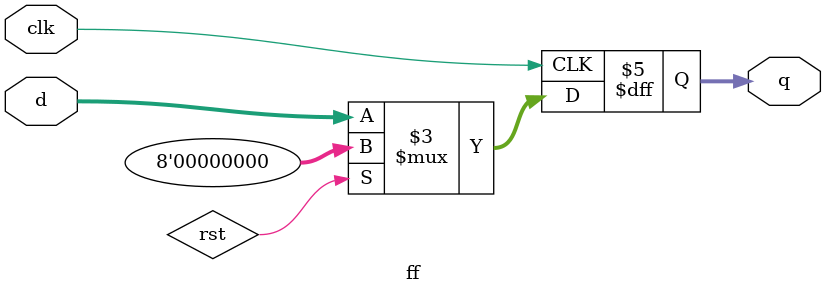
<source format=sv>
module ff_r_en
#(parameter WIDTH=8)
(
	input	logic				clk, rst, en,
	input	logic	[WIDTH-1:0]	d,
	output	logic	[WIDTH-1:0] q
);
	always_ff @(posedge clk or posedge rst) begin
		if (rst) q <= 0;
		else if (en) q <= d;
	end

endmodule: ff_r_en

// Simple parameterized flip-flop with asyn reset signal
module ff_r
#(parameter WIDTH=8)
(
	input	logic				clk, rst,
	input	logic	[WIDTH-1:0]	d,
	output	logic	[WIDTH-1:0] q
);
	always_ff @(posedge clk or posedge rst) begin
		if (rst) q <= 0;
		else q <= d;
	end

endmodule: ff_r


// simple parameterized flip-flop
module ff
#(parameter WIDTH=8)
(
	input	logic				clk,
	input	logic	[WIDTH-1:0]	d,
	output	logic	[WIDTH-1:0] q
);
	always_ff @(posedge clk) begin
		if (rst) q <= 0;
		else q <= d;
	end

endmodule: ff

</source>
